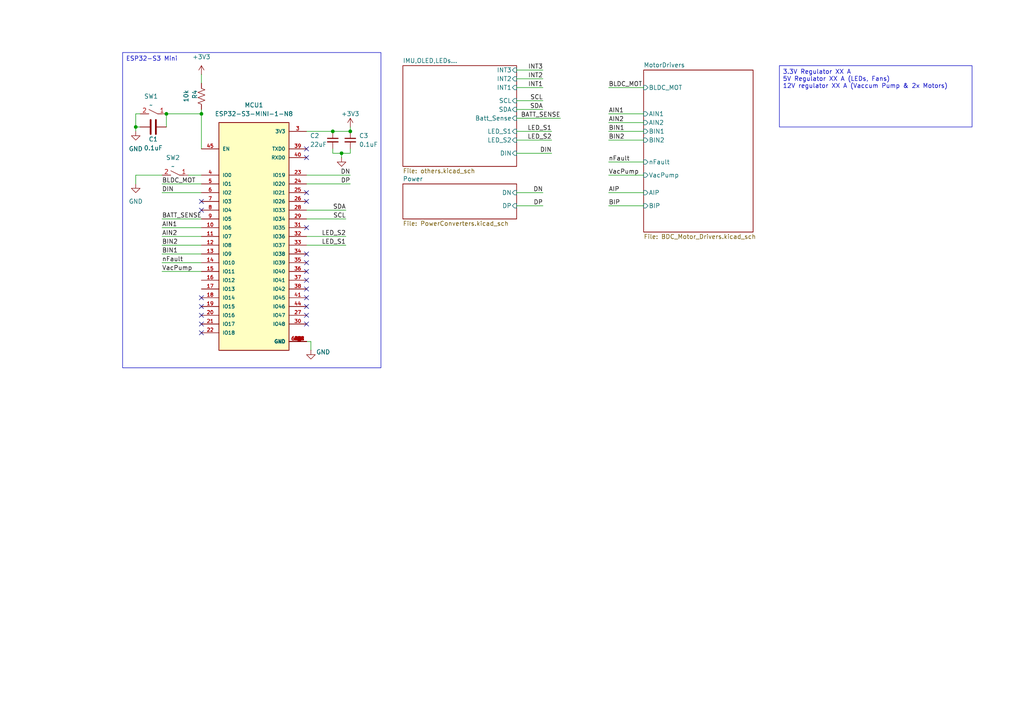
<source format=kicad_sch>
(kicad_sch (version 20231120) (generator "eeschema") (generator_version "8.0")
  (paper "A4")
  (lib_symbols
    (symbol "Device:C" (pin_numbers hide) (pin_names (offset 0.254))
      (property "Reference" "C" (at 0.635 2.54 0))
      (property "Value" "C" (at 0.635 -2.54 0))
      (symbol "C_0_1"
        (polyline (pts (xy -2.032 -0.762) (xy 2.032 -0.762)) (stroke (width 0.508)))
        (polyline (pts (xy -2.032 0.762) (xy 2.032 0.762)) (stroke (width 0.508)))
      )
      (symbol "C_1_1"
        (pin passive line (at 0 3.81 270) (length 2.794) (name "~") (number "1"))
        (pin passive line (at 0 -3.81 90) (length 2.794) (name "~") (number "2"))
      )
    )
    (symbol "Device:C_Small" (pin_numbers hide) (pin_names (offset 0.254) hide)
      (property "Reference" "C" (at 0.254 1.778 0))
      (property "Value" "C_Small" (at 0.254 -2.032 0))
      (symbol "C_Small_0_1"
        (polyline (pts (xy -1.524 -0.508) (xy 1.524 -0.508)) (stroke (width 0.3302)))
        (polyline (pts (xy -1.524 0.508) (xy 1.524 0.508)) (stroke (width 0.3048)))
      )
      (symbol "C_Small_1_1"
        (pin passive line (at 0 2.54 270) (length 2.032) (name "~") (number "1"))
        (pin passive line (at 0 -2.54 90) (length 2.032) (name "~") (number "2"))
      )
    )
    (symbol "Device:R_US" (pin_numbers hide) (pin_names (offset 0))
      (property "Reference" "R" (at 2.54 0 90))
      (property "Value" "R_US" (at -2.54 0 90))
      (symbol "R_US_0_1"
        (polyline (pts (xy 0 -2.286) (xy 0 -2.54)))
        (polyline (pts (xy 0 2.286) (xy 0 2.54)))
        (polyline (pts (xy 0 -0.762) (xy 1.016 -1.143) (xy 0 -1.524) (xy -1.016 -1.905) (xy 0 -2.286)))
        (polyline (pts (xy 0 0.762) (xy 1.016 0.381) (xy 0 0) (xy -1.016 -0.381) (xy 0 -0.762)))
        (polyline (pts (xy 0 2.286) (xy 1.016 1.905) (xy 0 1.524) (xy -1.016 1.143) (xy 0 0.762)))
      )
      (symbol "R_US_1_1"
        (pin passive line (at 0 3.81 270) (length 1.27) (name "~") (number "1"))
        (pin passive line (at 0 -3.81 90) (length 1.27) (name "~") (number "2"))
      )
    )
    (symbol "ESP32-S3-MINI-1-N8:ESP32-S3-MINI-1-N8" (pin_names (offset 1.016))
      (property "Reference" "U" (at -10.16 34.29 0))
      (property "Value" "ESP32-S3-MINI-1-N8" (at -10.16 -35.56 0))
      (symbol "ESP32-S3-MINI-1-N8_0_0"
        (rectangle (start -10.16 33.02) (end 10.16 -33.02) (stroke (width 0.254)) (fill (type background)))
        (pin power_in line (at 15.24 -30.48 180) (length 5.08) (name "GND") (number "1"))
        (pin bidirectional line (at -15.24 2.54 0) (length 5.08) (name "IO6") (number "10"))
        (pin bidirectional line (at -15.24 0 0) (length 5.08) (name "IO7") (number "11"))
        (pin bidirectional line (at -15.24 -2.54 0) (length 5.08) (name "IO8") (number "12"))
        (pin bidirectional line (at -15.24 -5.08 0) (length 5.08) (name "IO9") (number "13"))
        (pin bidirectional line (at -15.24 -7.62 0) (length 5.08) (name "IO10") (number "14"))
        (pin bidirectional line (at -15.24 -10.16 0) (length 5.08) (name "IO11") (number "15"))
        (pin bidirectional line (at -15.24 -12.7 0) (length 5.08) (name "IO12") (number "16"))
        (pin bidirectional line (at -15.24 -15.24 0) (length 5.08) (name "IO13") (number "17"))
        (pin bidirectional line (at -15.24 -17.78 0) (length 5.08) (name "IO14") (number "18"))
        (pin bidirectional line (at -15.24 -20.32 0) (length 5.08) (name "IO15") (number "19"))
        (pin power_in line (at 15.24 -30.48 180) (length 5.08) (name "GND") (number "2"))
        (pin bidirectional line (at -15.24 -22.86 0) (length 5.08) (name "IO16") (number "20"))
        (pin bidirectional line (at -15.24 -25.4 0) (length 5.08) (name "IO17") (number "21"))
        (pin bidirectional line (at -15.24 -27.94 0) (length 5.08) (name "IO18") (number "22"))
        (pin bidirectional line (at 15.24 17.78 180) (length 5.08) (name "IO19") (number "23"))
        (pin bidirectional line (at 15.24 15.24 180) (length 5.08) (name "IO20") (number "24"))
        (pin bidirectional line (at 15.24 12.7 180) (length 5.08) (name "IO21") (number "25"))
        (pin bidirectional line (at 15.24 10.16 180) (length 5.08) (name "IO26") (number "26"))
        (pin bidirectional line (at 15.24 -22.86 180) (length 5.08) (name "IO47") (number "27"))
        (pin bidirectional line (at 15.24 7.62 180) (length 5.08) (name "IO33") (number "28"))
        (pin bidirectional line (at 15.24 5.08 180) (length 5.08) (name "IO34") (number "29"))
        (pin power_in line (at 15.24 30.48 180) (length 5.08) (name "3V3") (number "3"))
        (pin bidirectional line (at 15.24 -25.4 180) (length 5.08) (name "IO48") (number "30"))
        (pin bidirectional line (at 15.24 2.54 180) (length 5.08) (name "IO35") (number "31"))
        (pin bidirectional line (at 15.24 0 180) (length 5.08) (name "IO36") (number "32"))
        (pin bidirectional line (at 15.24 -2.54 180) (length 5.08) (name "IO37") (number "33"))
        (pin bidirectional line (at 15.24 -5.08 180) (length 5.08) (name "IO38") (number "34"))
        (pin bidirectional line (at 15.24 -7.62 180) (length 5.08) (name "IO39") (number "35"))
        (pin bidirectional line (at 15.24 -10.16 180) (length 5.08) (name "IO40") (number "36"))
        (pin bidirectional line (at 15.24 -12.7 180) (length 5.08) (name "IO41") (number "37"))
        (pin bidirectional line (at 15.24 -15.24 180) (length 5.08) (name "IO42") (number "38"))
        (pin bidirectional line (at 15.24 25.4 180) (length 5.08) (name "TXD0") (number "39"))
        (pin bidirectional line (at -15.24 17.78 0) (length 5.08) (name "IO0") (number "4"))
        (pin bidirectional line (at 15.24 22.86 180) (length 5.08) (name "RXD0") (number "40"))
        (pin bidirectional line (at 15.24 -17.78 180) (length 5.08) (name "IO45") (number "41"))
        (pin power_in line (at 15.24 -30.48 180) (length 5.08) (name "GND") (number "42"))
        (pin power_in line (at 15.24 -30.48 180) (length 5.08) (name "GND") (number "43"))
        (pin bidirectional line (at 15.24 -20.32 180) (length 5.08) (name "IO46") (number "44"))
        (pin input line (at -15.24 25.4 0) (length 5.08) (name "EN") (number "45"))
        (pin power_in line (at 15.24 -30.48 180) (length 5.08) (name "GND") (number "46"))
        (pin power_in line (at 15.24 -30.48 180) (length 5.08) (name "GND") (number "47"))
        (pin power_in line (at 15.24 -30.48 180) (length 5.08) (name "GND") (number "48"))
        (pin power_in line (at 15.24 -30.48 180) (length 5.08) (name "GND") (number "49"))
        (pin bidirectional line (at -15.24 15.24 0) (length 5.08) (name "IO1") (number "5"))
        (pin power_in line (at 15.24 -30.48 180) (length 5.08) (name "GND") (number "50"))
        (pin power_in line (at 15.24 -30.48 180) (length 5.08) (name "GND") (number "51"))
        (pin power_in line (at 15.24 -30.48 180) (length 5.08) (name "GND") (number "52"))
        (pin power_in line (at 15.24 -30.48 180) (length 5.08) (name "GND") (number "53"))
        (pin power_in line (at 15.24 -30.48 180) (length 5.08) (name "GND") (number "54"))
        (pin power_in line (at 15.24 -30.48 180) (length 5.08) (name "GND") (number "55"))
        (pin power_in line (at 15.24 -30.48 180) (length 5.08) (name "GND") (number "56"))
        (pin power_in line (at 15.24 -30.48 180) (length 5.08) (name "GND") (number "57"))
        (pin power_in line (at 15.24 -30.48 180) (length 5.08) (name "GND") (number "58"))
        (pin power_in line (at 15.24 -30.48 180) (length 5.08) (name "GND") (number "59"))
        (pin bidirectional line (at -15.24 12.7 0) (length 5.08) (name "IO2") (number "6"))
        (pin power_in line (at 15.24 -30.48 180) (length 5.08) (name "GND") (number "60"))
        (pin power_in line (at 15.24 -30.48 180) (length 5.08) (name "GND") (number "61"))
        (pin power_in line (at 15.24 -30.48 180) (length 5.08) (name "GND") (number "61_1"))
        (pin power_in line (at 15.24 -30.48 180) (length 5.08) (name "GND") (number "61_2"))
        (pin power_in line (at 15.24 -30.48 180) (length 5.08) (name "GND") (number "61_3"))
        (pin power_in line (at 15.24 -30.48 180) (length 5.08) (name "GND") (number "61_4"))
        (pin power_in line (at 15.24 -30.48 180) (length 5.08) (name "GND") (number "61_5"))
        (pin power_in line (at 15.24 -30.48 180) (length 5.08) (name "GND") (number "61_6"))
        (pin power_in line (at 15.24 -30.48 180) (length 5.08) (name "GND") (number "61_7"))
        (pin power_in line (at 15.24 -30.48 180) (length 5.08) (name "GND") (number "61_8"))
        (pin power_in line (at 15.24 -30.48 180) (length 5.08) (name "GND") (number "62"))
        (pin power_in line (at 15.24 -30.48 180) (length 5.08) (name "GND") (number "63"))
        (pin power_in line (at 15.24 -30.48 180) (length 5.08) (name "GND") (number "64"))
        (pin power_in line (at 15.24 -30.48 180) (length 5.08) (name "GND") (number "65"))
        (pin bidirectional line (at -15.24 10.16 0) (length 5.08) (name "IO3") (number "7"))
        (pin bidirectional line (at -15.24 7.62 0) (length 5.08) (name "IO4") (number "8"))
        (pin bidirectional line (at -15.24 5.08 0) (length 5.08) (name "IO5") (number "9"))
      )
    )
    (symbol "custom:rockerSwitch"
      (property "Reference" "SW" (at 0.254 4.318 0))
      (symbol "rockerSwitch_0_1"
        (polyline (pts (xy 0 1.27) (xy -2.54 1.27)))
        (polyline (pts (xy 3.81 1.27) (xy 2.54 1.27) (xy 0 2.54)))
      )
      (symbol "rockerSwitch_1_1"
        (pin power_in line (at 5.08 1.27 180) (length 2.54) (name "") (number "1"))
        (pin power_out line (at -2.54 1.27 0) (length 2.54) (name "") (number "2"))
      )
    )
    (symbol "power:+3V3" (power) (pin_numbers hide) (pin_names (offset 0) hide)
      (property "Value" "+3V3" (at 0 3.556 0))
      (symbol "+3V3_0_1"
        (polyline (pts (xy -0.762 1.27) (xy 0 2.54)))
        (polyline (pts (xy 0 0) (xy 0 2.54)))
        (polyline (pts (xy 0 2.54) (xy 0.762 1.27)))
      )
      (symbol "+3V3_1_1"
        (pin power_in line (at 0 0 90) (length 0) (name "~") (number "1"))
      )
    )
    (symbol "power:GND" (power) (pin_numbers hide) (pin_names (offset 0) hide)
      (property "Value" "GND" (at 0 -3.81 0))
      (symbol "GND_0_1"
        (polyline (pts (xy 0 0) (xy 0 -1.27) (xy 1.27 -1.27) (xy 0 -2.54) (xy -1.27 -1.27) (xy 0 -1.27)))
      )
      (symbol "GND_1_1"
        (pin power_in line (at 0 0 270) (length 0) (name "~") (number "1"))
      )
    )
  )
  (junction (at 101.6 38.1))
  (junction (at 99.06 44.45))
  (junction (at 96.52 38.1))
  (junction (at 58.42 33.02))
  (junction (at 48.26 33.02))
  (junction (at 39.37 36.83))
  (no_connect (at 88.9 81.28))
  (no_connect (at 88.9 66.04))
  (no_connect (at 58.42 58.42))
  (no_connect (at 88.9 76.2))
  (no_connect (at 88.9 55.88))
  (no_connect (at 88.9 88.9))
  (no_connect (at 58.42 88.9))
  (no_connect (at 58.42 60.96))
  (no_connect (at 58.42 93.98))
  (no_connect (at 88.9 73.66))
  (no_connect (at 58.42 96.52))
  (no_connect (at 88.9 78.74))
  (no_connect (at 88.9 83.82))
  (no_connect (at 58.42 86.36))
  (no_connect (at 88.9 58.42))
  (no_connect (at 58.42 91.44))
  (no_connect (at 88.9 93.98))
  (no_connect (at 88.9 91.44))
  (no_connect (at 88.9 86.36))
  (no_connect (at 88.9 43.18))
  (no_connect (at 88.9 45.72))
  (wire (pts (xy 48.26 33.02) (xy 58.42 33.02)))
  (wire (pts (xy 149.86 31.75) (xy 157.48 31.75)))
  (wire (pts (xy 176.53 59.69) (xy 186.69 59.69)))
  (wire (pts (xy 149.86 29.21) (xy 157.48 29.21)))
  (wire (pts (xy 88.9 63.5) (xy 100.33 63.5)))
  (wire (pts (xy 149.86 22.86) (xy 157.48 22.86)))
  (wire (pts (xy 46.99 71.12) (xy 58.42 71.12)))
  (wire (pts (xy 101.6 44.45) (xy 101.6 43.18)))
  (wire (pts (xy 88.9 60.96) (xy 100.33 60.96)))
  (wire (pts (xy 39.37 50.8) (xy 39.37 53.34)))
  (wire (pts (xy 88.9 38.1) (xy 96.52 38.1)))
  (wire (pts (xy 149.86 25.4) (xy 157.48 25.4)))
  (wire (pts (xy 96.52 38.1) (xy 101.6 38.1)))
  (wire (pts (xy 58.42 31.75) (xy 58.42 33.02)))
  (wire (pts (xy 88.9 71.12) (xy 100.33 71.12)))
  (wire (pts (xy 149.86 20.32) (xy 157.48 20.32)))
  (wire (pts (xy 149.86 40.64) (xy 160.02 40.64)))
  (wire (pts (xy 46.99 53.34) (xy 58.42 53.34)))
  (wire (pts (xy 46.99 78.74) (xy 58.42 78.74)))
  (wire (pts (xy 176.53 25.4) (xy 186.69 25.4)))
  (wire (pts (xy 90.17 99.06) (xy 90.17 101.6)))
  (wire (pts (xy 96.52 44.45) (xy 99.06 44.45)))
  (wire (pts (xy 88.9 99.06) (xy 90.17 99.06)))
  (wire (pts (xy 99.06 45.72) (xy 99.06 44.45)))
  (wire (pts (xy 96.52 44.45) (xy 96.52 43.18)))
  (wire (pts (xy 101.6 36.83) (xy 101.6 38.1)))
  (wire (pts (xy 176.53 33.02) (xy 186.69 33.02)))
  (wire (pts (xy 39.37 36.83) (xy 40.64 36.83)))
  (wire (pts (xy 54.61 50.8) (xy 58.42 50.8)))
  (wire (pts (xy 46.99 68.58) (xy 58.42 68.58)))
  (wire (pts (xy 39.37 50.8) (xy 46.99 50.8)))
  (wire (pts (xy 58.42 55.88) (xy 46.99 55.88)))
  (wire (pts (xy 88.9 68.58) (xy 100.33 68.58)))
  (wire (pts (xy 88.9 50.8) (xy 101.6 50.8)))
  (wire (pts (xy 149.86 38.1) (xy 160.02 38.1)))
  (wire (pts (xy 176.53 38.1) (xy 186.69 38.1)))
  (wire (pts (xy 88.9 53.34) (xy 101.6 53.34)))
  (wire (pts (xy 48.26 33.02) (xy 48.26 36.83)))
  (wire (pts (xy 99.06 44.45) (xy 101.6 44.45)))
  (wire (pts (xy 39.37 33.02) (xy 39.37 36.83)))
  (wire (pts (xy 46.99 63.5) (xy 58.42 63.5)))
  (wire (pts (xy 46.99 66.04) (xy 58.42 66.04)))
  (wire (pts (xy 176.53 40.64) (xy 186.69 40.64)))
  (wire (pts (xy 149.86 59.69) (xy 157.48 59.69)))
  (wire (pts (xy 58.42 43.18) (xy 58.42 33.02)))
  (wire (pts (xy 176.53 55.88) (xy 186.69 55.88)))
  (wire (pts (xy 149.86 44.45) (xy 160.02 44.45)))
  (wire (pts (xy 176.53 46.99) (xy 186.69 46.99)))
  (wire (pts (xy 46.99 76.2) (xy 58.42 76.2)))
  (wire (pts (xy 46.99 73.66) (xy 58.42 73.66)))
  (wire (pts (xy 149.86 34.29) (xy 162.56 34.29)))
  (wire (pts (xy 58.42 21.59) (xy 58.42 24.13)))
  (wire (pts (xy 39.37 36.83) (xy 39.37 38.1)))
  (wire (pts (xy 176.53 50.8) (xy 186.69 50.8)))
  (wire (pts (xy 176.53 35.56) (xy 186.69 35.56)))
  (wire (pts (xy 149.86 55.88) (xy 157.48 55.88)))
  (wire (pts (xy 39.37 33.02) (xy 40.64 33.02)))
  (text_box "3.3V Regulator XX A \n5V Regulator XX A (LEDs, Fans)\n12V regulator XX A (Vaccum Pump & 2x Motors)\n" (at 226.06 19.05 0) (size 55.88 17.78) (effects (font (size 1.27 1.27)) (justify left top)))
  (text_box "ESP32-S3 Mini\n" (at 35.56 15.24 0) (size 74.93 91.44) (effects (font (size 1.27 1.27)) (justify left top)))
  (label "BIN2" (at 176.53 40.64 0))
  (label "LED_S2" (at 100.33 68.58 180))
  (label "AIN2" (at 176.53 35.56 0))
  (label "INT2" (at 157.48 22.86 180))
  (label "BIN1" (at 176.53 38.1 0))
  (label "INT3" (at 157.48 20.32 180))
  (label "DIN" (at 46.99 55.88 0))
  (label "INT1" (at 157.48 25.4 180))
  (label "VacPump" (at 46.99 78.74 0))
  (label "AIN1" (at 176.53 33.02 0))
  (label "DP" (at 101.6 53.34 180))
  (label "BIN1" (at 46.99 73.66 0))
  (label "VacPump" (at 176.53 50.8 0))
  (label "SCL" (at 100.33 63.5 180))
  (label "AIN2" (at 46.99 68.58 0))
  (label "BIN2" (at 46.99 71.12 0))
  (label "LED_S2" (at 160.02 40.64 180))
  (label "nFault" (at 176.53 46.99 0))
  (label "LED_S1" (at 100.33 71.12 180))
  (label "DN" (at 101.6 50.8 180))
  (label "BLDC_MOT" (at 176.53 25.4 0))
  (label "BLDC_MOT" (at 46.99 53.34 0))
  (label "BATT_SENSE" (at 46.99 63.5 0))
  (label "AIN1" (at 46.99 66.04 0))
  (label "nFault" (at 46.99 76.2 0))
  (label "SCL" (at 157.48 29.21 180))
  (label "DP" (at 157.48 59.69 180))
  (label "AIP" (at 176.53 55.88 0))
  (label "SDA" (at 100.33 60.96 180))
  (label "BATT_SENSE" (at 162.56 34.29 180))
  (label "SDA" (at 157.48 31.75 180))
  (label "DIN" (at 160.02 44.45 180))
  (label "LED_S1" (at 160.02 38.1 180))
  (label "BIP" (at 176.53 59.69 0))
  (label "DN" (at 157.48 55.88 180))
  (symbol (lib_id "custom:rockerSwitch") (at 43.18 34.29 0) (unit 1) (in_bom no)
    (property "Reference" "SW1" (at 43.815 27.94 0))
    (property "Value" "~" (at 43.815 30.48 0))
    (property "Footprint" "customFootprints:rockerSwitch-434133025816" (effects (hide yes)))
    (property "MANUFACTURER" "434133025816 " (effects (hide yes)))
  )
  (symbol (lib_id "power:GND") (at 39.37 38.1 0) (unit 1)
    (property "Reference" "#PWR01" (effects (hide yes)))
    (property "Value" "GND" (at 39.37 43.18 0))
    (property "Description" "Power symbol creates a global label with name \"GND\" , ground" (effects (hide yes)))
  )
  (symbol (lib_id "power:GND") (at 99.06 45.72 0) (unit 1)
    (property "Reference" "#PWR05" (effects (hide yes)))
    (property "Value" "GND" (effects (hide yes)))
  )
  (symbol (lib_id "power:GND") (at 39.37 53.34 0) (unit 1)
    (property "Reference" "#PWR02" (effects (hide yes)))
    (property "Value" "GND" (at 39.37 58.42 0))
    (property "Description" "Power symbol creates a global label with name \"GND\" , ground" (effects (hide yes)))
  )
  (symbol (lib_id "power:+3V3") (at 58.42 21.59 0) (unit 1)
    (property "Reference" "#PWR03" (effects (hide yes)))
    (property "Value" "+3V3" (at 58.42 16.51 0))
  )
  (symbol (lib_id "Device:C_Small") (at 96.52 40.64 0) (unit 1) (in_bom no)
    (property "Reference" "C2" (at 89.916 39.37 0) (effects (justify left)))
    (property "Value" "22uF" (at 89.916 41.91 0) (effects (justify left)))
    (property "Footprint" "Capacitor_SMD:C_0603_1608Metric" (effects (hide yes)))
    (property "MANUFACTURER" "CM105X5R226M16AT" (effects (hide yes)))
    (property "Manufacturer" "GRM158C80G226ME01J" (effects (hide yes)))
  )
  (symbol (lib_id "Device:R_US") (at 58.42 27.94 180) (unit 1)
    (property "Reference" "R4" (at 56.515 26.035 90) (effects (justify left)))
    (property "Value" "10k" (at 53.975 26.035 90) (effects (justify left)))
    (property "Footprint" "Resistor_SMD:R_0603_1608Metric" (effects (hide yes)))
    (property "MANUFACTURER" "RGC1/20C1002BPA" (effects (hide yes)))
  )
  (symbol (lib_id "Device:C_Small") (at 101.6 40.64 0) (unit 1)
    (property "Reference" "C3" (at 104.14 39.37 0) (effects (justify left)))
    (property "Value" "0.1uF" (at 104.14 41.91 0) (effects (justify left)))
    (property "Footprint" "Capacitor_SMD:C_0603_1608Metric" (effects (hide yes)))
    (property "MANUFACTURER" "EMK063BJ104KP-F" (effects (hide yes)))
  )
  (symbol (lib_id "custom:rockerSwitch") (at 49.53 52.07 0) (unit 1) (in_bom no)
    (property "Reference" "SW2" (at 50.165 45.72 0))
    (property "Value" "~" (at 50.165 48.26 0))
    (property "Footprint" "customFootprints:rockerSwitch-434133025816" (effects (hide yes)))
    (property "MANUFACTURER" "434133025816 " (effects (hide yes)))
  )
  (symbol (lib_id "power:GND") (at 90.17 101.6 0) (unit 1)
    (property "Reference" "#PWR04" (effects (hide yes)))
    (property "Value" "GND" (at 93.726 102.108 0))
    (property "Description" "Power symbol creates a global label with name \"GND\" , ground" (effects (hide yes)))
  )
  (symbol (lib_id "Device:C") (at 44.45 36.83 90) (unit 1)
    (property "Reference" "C1" (at 44.45 40.386 90))
    (property "Value" "0.1uF" (at 44.45 42.926 90))
    (property "Footprint" "Capacitor_SMD:C_0603_1608Metric" (effects (hide yes)))
    (property "Description" "Unpolarized capacitor" (effects (hide yes)))
    (property "MANUFACTURER" "EMK063BJ104KP-F" (effects (hide yes)))
  )
  (symbol (lib_id "power:+3V3") (at 101.6 36.83 0) (unit 1)
    (property "Reference" "#PWR06" (effects (hide yes)))
    (property "Value" "+3V3" (at 101.6 33.02 0))
  )
  (symbol (lib_id "ESP32-S3-MINI-1-N8:ESP32-S3-MINI-1-N8") (at 73.66 68.58 0) (unit 1)
    (property "Reference" "MCU1" (at 73.66 30.48 0))
    (property "Value" "ESP32-S3-MINI-1-N8" (at 73.66 33.02 0))
    (property "Footprint" "esp32s3mini:XCVR_ESP32-S3-MINI-1-N8" (effects (hide yes)))
    (property "MF" "Espressif Systems" (effects (hide yes)))
    (property "MAXIMUM_PACKAGE_HEIGHT" "2.55mm" (effects (hide yes)))
    (property "Package" "None" (effects (hide yes)))
    (property "Price" "None" (effects (hide yes)))
    (property "Check_prices" "https://www.snapeda.com/parts/ESP32-S3-MINI-1-N8/Espressif+Systems/view-part/?ref=eda" (effects (hide yes)))
    (property "STANDARD" "Manufacturer Recommendations" (effects (hide yes)))
    (property "PARTREV" "v0.6" (effects (hide yes)))
    (property "SnapEDA_Link" "https://www.snapeda.com/parts/ESP32-S3-MINI-1-N8/Espressif+Systems/view-part/?ref=snap" (effects (hide yes)))
    (property "MP" "ESP32-S3-MINI-1-N8" (effects (hide yes)))
    (property "Purchase-URL" "https://www.snapeda.com/api/url_track_click_mouser/?unipart_id=8941370&manufacturer=Espressif Systems&part_name=ESP32-S3-MINI-1-N8&search_term=esp32-s3-mini-1-n8" (effects (hide yes)))
    (property "Description_1" "\nBluetooth, WiFi 802.11b/g/n, Bluetooth v5.0 Transceiver Module 2.4GHz PCB Trace Surface Mount\n" (effects (hide yes)))
    (property "Availability" "In Stock" (effects (hide yes)))
    (property "MANUFACTURER" " ESP32-S3-MINI-1-N8 " (effects (hide yes)))
    (property "MANUFCATURER" " ESP32-S3-MINI-1-N8 " (effects (hide yes)))
  )
  (sheet (at 186.69 20.32) (size 31.75 46.99) (stroke (width 0.1524))
    (property "Sheetname" "MotorDrivers" (at 186.69 19.6084 0) (effects (justify left bottom)))
    (property "Sheetfile" "BDC_Motor_Drivers.kicad_sch" (at 186.69 67.8946 0) (effects (justify left top)))
    (pin "nFault" input (at 186.69 46.99 180))
    (pin "AIN2" input (at 186.69 35.56 180))
    (pin "AIN1" input (at 186.69 33.02 180))
    (pin "BIN1" input (at 186.69 38.1 180))
    (pin "BIN2" input (at 186.69 40.64 180))
    (pin "VacPump" input (at 186.69 50.8 180))
    (pin "BLDC_MOT" input (at 186.69 25.4 180))
    (pin "AIP" input (at 186.69 55.88 180))
    (pin "BIP" input (at 186.69 59.69 180))
  )
  (sheet (at 116.84 53.34) (size 33.02 10.16) (stroke (width 0.1524))
    (property "Sheetname" "Power" (at 116.84 52.6284 0) (effects (justify left bottom)))
    (property "Sheetfile" "PowerConverters.kicad_sch" (at 116.84 64.0846 0) (effects (justify left top)))
    (pin "DP" input (at 149.86 59.69 0))
    (pin "DN" input (at 149.86 55.88 0))
  )
  (sheet (at 116.84 19.05) (size 33.02 29.21) (stroke (width 0.1524))
    (property "Sheetname" "IMU,OLED,LEDs..." (at 116.84 18.3384 0) (effects (justify left bottom)))
    (property "Sheetfile" "others.kicad_sch" (at 116.84 48.8446 0) (effects (justify left top)))
    (pin "SDA" input (at 149.86 31.75 0))
    (pin "SCL" input (at 149.86 29.21 0))
    (pin "INT1" input (at 149.86 25.4 0))
    (pin "INT2" input (at 149.86 22.86 0))
    (pin "INT3" input (at 149.86 20.32 0))
    (pin "Batt_Sense" input (at 149.86 34.29 0))
    (pin "LED_S1" input (at 149.86 38.1 0))
    (pin "LED_S2" input (at 149.86 40.64 0))
    (pin "DIN" input (at 149.86 44.45 0))
  )
)
</source>
